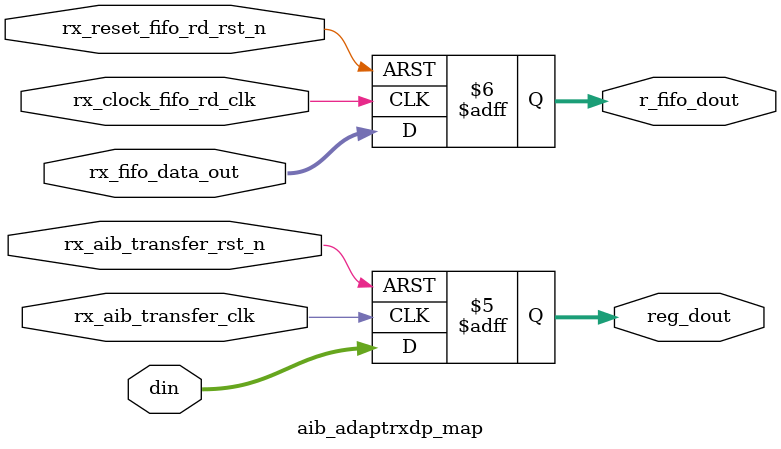
<source format=v>

module aib_adaptrxdp_map (

input wire  [39:0]  din,
input wire  [79:0]  rx_fifo_data_out,      // Data from rx fifo

input wire         rx_aib_transfer_clk,
input wire         rx_aib_transfer_rst_n,
input wire         rx_clock_fifo_rd_clk,
input wire         rx_reset_fifo_rd_rst_n,

output reg  [79:0]   r_fifo_dout,
output reg  [39:0]   reg_dout

);


always @(posedge rx_clock_fifo_rd_clk or negedge rx_reset_fifo_rd_rst_n) begin
   if (!rx_reset_fifo_rd_rst_n) 
     begin
      r_fifo_dout[79:0] <= {80{1'b0}};
     end
   else begin
       r_fifo_dout[79:0] <= rx_fifo_data_out[79:0];
   end
end


always @(posedge rx_aib_transfer_clk or negedge rx_aib_transfer_rst_n) begin
   if (!rx_aib_transfer_rst_n) 
    begin
     reg_dout[39:0] <= {40{1'b0}};
    end
   else begin
       reg_dout[39:0] <= din[39:0];
   end
end


endmodule

</source>
